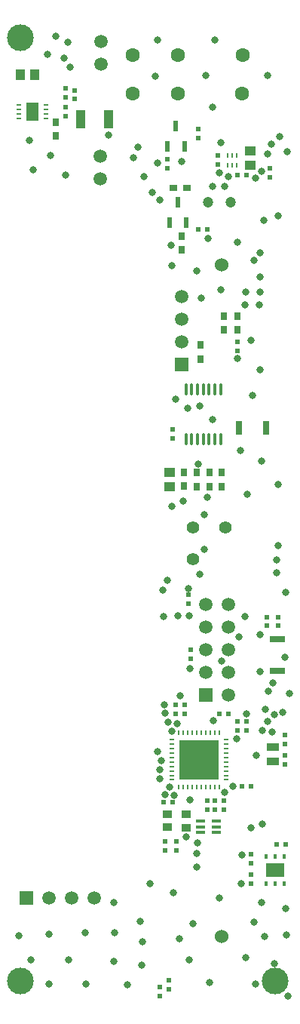
<source format=gts>
%FSLAX25Y25*%
%MOIN*%
G70*
G01*
G75*
G04 Layer_Color=8388736*
%ADD10O,0.01378X0.05512*%
%ADD11R,0.02362X0.04528*%
%ADD12R,0.03937X0.07874*%
%ADD13R,0.01772X0.02362*%
%ADD14R,0.08268X0.05906*%
%ADD15R,0.17716X0.17716*%
%ADD16O,0.02559X0.00984*%
%ADD17O,0.00984X0.02559*%
%ADD18R,0.05315X0.03740*%
%ADD19R,0.01575X0.01575*%
%ADD20R,0.11811X0.00039*%
%ADD21R,0.05512X0.08268*%
%ADD22O,0.02362X0.00984*%
%ADD23R,0.06693X0.03150*%
%ADD24R,0.00984X0.01969*%
%ADD25R,0.03937X0.03543*%
%ADD26R,0.03937X0.01378*%
%ADD27R,0.03150X0.06496*%
%ADD28R,0.03150X0.03543*%
%ADD29R,0.02362X0.01969*%
%ADD30R,0.01969X0.02362*%
%ADD31R,0.03543X0.03150*%
%ADD32R,0.03937X0.05118*%
%ADD33R,0.05118X0.03937*%
%ADD34C,0.03937*%
%ADD35C,0.00787*%
%ADD36C,0.03937*%
%ADD37C,0.01969*%
%ADD38C,0.01000*%
%ADD39C,0.01181*%
%ADD40C,0.01575*%
%ADD41C,0.02000*%
%ADD42C,0.02362*%
%ADD43R,0.03937X0.02913*%
%ADD44R,0.04724X0.03150*%
%ADD45R,0.18898X0.05079*%
%ADD46R,0.36142X0.03937*%
%ADD47R,1.00709X0.04764*%
%ADD48R,0.08583X0.15590*%
%ADD49R,0.12598X0.04764*%
%ADD50R,0.12598X0.05079*%
%ADD51R,0.01811X0.07992*%
G04:AMPARAMS|DCode=52|XSize=18.11mil|YSize=66.44mil|CornerRadius=0mil|HoleSize=0mil|Usage=FLASHONLY|Rotation=214.500|XOffset=0mil|YOffset=0mil|HoleType=Round|Shape=Rectangle|*
%AMROTATEDRECTD52*
4,1,4,-0.01135,0.03251,0.02628,-0.02225,0.01135,-0.03251,-0.02628,0.02225,-0.01135,0.03251,0.0*
%
%ADD52ROTATEDRECTD52*%

%ADD53R,0.35500X0.02000*%
%ADD54R,0.09055X0.04823*%
%ADD55R,0.12598X0.03150*%
%ADD56C,0.04724*%
%ADD57C,0.05512*%
%ADD58C,0.05906*%
%ADD59R,0.05906X0.05906*%
%ADD60R,0.05906X0.05906*%
%ADD61C,0.06299*%
%ADD62C,0.06000*%
%ADD63C,0.02598*%
%ADD64C,0.03150*%
%ADD65R,0.05000X0.03543*%
%ADD66R,0.03150X0.05709*%
%ADD67R,0.05118X0.02559*%
%ADD68O,0.02362X0.07284*%
%ADD69R,0.02756X0.05315*%
%ADD70O,0.02165X0.01181*%
%ADD71R,0.03543X0.02953*%
%ADD72R,0.02953X0.03543*%
%ADD73C,0.00984*%
%ADD74C,0.11811*%
D10*
X364173Y448032D02*
D03*
X366732D02*
D03*
X369291D02*
D03*
X371850D02*
D03*
X374409D02*
D03*
X376969D02*
D03*
X379528D02*
D03*
X364173Y470079D02*
D03*
X366732D02*
D03*
X369291D02*
D03*
X371850D02*
D03*
X374409D02*
D03*
X376969D02*
D03*
X379528D02*
D03*
D11*
X359744Y586319D02*
D03*
X363484Y577461D02*
D03*
X356004D02*
D03*
X360630Y552559D02*
D03*
X364370Y543701D02*
D03*
X356890D02*
D03*
D12*
X329823Y589468D02*
D03*
X317618D02*
D03*
D13*
X399791Y251803D02*
D03*
X403728D02*
D03*
X407665D02*
D03*
Y263614D02*
D03*
X403728D02*
D03*
X399791D02*
D03*
D14*
X403728Y257709D02*
D03*
D15*
X370000Y306433D02*
D03*
D16*
X381909Y315291D02*
D03*
Y313323D02*
D03*
Y311354D02*
D03*
Y309386D02*
D03*
Y307417D02*
D03*
Y305449D02*
D03*
Y303480D02*
D03*
Y301512D02*
D03*
Y299543D02*
D03*
Y297575D02*
D03*
X358090D02*
D03*
Y299543D02*
D03*
Y301512D02*
D03*
Y303480D02*
D03*
Y305449D02*
D03*
Y307417D02*
D03*
Y309386D02*
D03*
Y311354D02*
D03*
Y313323D02*
D03*
Y315291D02*
D03*
D17*
X378858Y294524D02*
D03*
X376890D02*
D03*
X374921D02*
D03*
X372953D02*
D03*
X370984D02*
D03*
X369016D02*
D03*
X367047D02*
D03*
X365079D02*
D03*
X363110D02*
D03*
X361142D02*
D03*
Y318342D02*
D03*
X363110D02*
D03*
X365079D02*
D03*
X367047D02*
D03*
X369016D02*
D03*
X370984D02*
D03*
X372953D02*
D03*
X374921D02*
D03*
X376890D02*
D03*
X378858D02*
D03*
D18*
X402756Y312106D02*
D03*
Y305610D02*
D03*
D21*
X296358Y592717D02*
D03*
D22*
X302264Y595669D02*
D03*
Y593701D02*
D03*
Y591732D02*
D03*
Y589764D02*
D03*
X290453D02*
D03*
Y591732D02*
D03*
Y593701D02*
D03*
Y595669D02*
D03*
D23*
X404724Y345768D02*
D03*
Y359842D02*
D03*
D24*
X386713Y573524D02*
D03*
X384744D02*
D03*
X382776D02*
D03*
Y569193D02*
D03*
X384744D02*
D03*
X386713D02*
D03*
D25*
X364173Y282382D02*
D03*
Y276476D02*
D03*
X355906Y276575D02*
D03*
Y282480D02*
D03*
D26*
X377756Y274311D02*
D03*
Y276870D02*
D03*
Y279429D02*
D03*
X370571D02*
D03*
Y276870D02*
D03*
Y274311D02*
D03*
D27*
X387697Y453150D02*
D03*
X399508D02*
D03*
D28*
X380020Y427165D02*
D03*
Y433268D02*
D03*
X362205Y537697D02*
D03*
Y531595D02*
D03*
X306594Y581890D02*
D03*
Y587992D02*
D03*
X374508Y427165D02*
D03*
Y433268D02*
D03*
X368996Y427165D02*
D03*
Y433268D02*
D03*
X380906Y502461D02*
D03*
Y496358D02*
D03*
X363386Y427264D02*
D03*
Y433366D02*
D03*
X370669Y489567D02*
D03*
Y483465D02*
D03*
X386910Y496358D02*
D03*
Y502461D02*
D03*
D29*
X373721Y540551D02*
D03*
X369783D02*
D03*
X382972Y326772D02*
D03*
X379035D02*
D03*
X404260Y269209D02*
D03*
X408197D02*
D03*
X388976Y294882D02*
D03*
X392913D02*
D03*
X358169Y287598D02*
D03*
X354232D02*
D03*
X387106Y564764D02*
D03*
X391043D02*
D03*
D30*
X365453Y375295D02*
D03*
Y379232D02*
D03*
X404823Y365551D02*
D03*
Y369488D02*
D03*
X366437Y355118D02*
D03*
Y351181D02*
D03*
X392815Y264764D02*
D03*
Y260827D02*
D03*
X392913Y251870D02*
D03*
Y255807D02*
D03*
X352756Y205906D02*
D03*
Y201969D02*
D03*
X311024Y590650D02*
D03*
Y594587D02*
D03*
X356004Y571555D02*
D03*
Y567618D02*
D03*
X401181Y563878D02*
D03*
Y567815D02*
D03*
X369783Y581004D02*
D03*
Y584941D02*
D03*
X386910Y491043D02*
D03*
Y487106D02*
D03*
X387106Y323228D02*
D03*
Y319291D02*
D03*
X360000Y266465D02*
D03*
Y270402D02*
D03*
X355000Y266465D02*
D03*
Y270402D02*
D03*
X399902Y369488D02*
D03*
Y365551D02*
D03*
X408071Y313484D02*
D03*
Y317421D02*
D03*
X408071Y308465D02*
D03*
Y304528D02*
D03*
X356693Y208957D02*
D03*
Y205020D02*
D03*
X311024Y599016D02*
D03*
Y602953D02*
D03*
X314961Y598228D02*
D03*
Y602165D02*
D03*
X381000Y288402D02*
D03*
Y284465D02*
D03*
X373500Y288402D02*
D03*
Y284465D02*
D03*
X377000Y288402D02*
D03*
Y284465D02*
D03*
X363492Y326850D02*
D03*
Y330787D02*
D03*
X390945Y319291D02*
D03*
Y323228D02*
D03*
X359492Y326850D02*
D03*
Y330787D02*
D03*
X378150Y573327D02*
D03*
Y569390D02*
D03*
X358366Y448425D02*
D03*
Y452362D02*
D03*
D31*
X364764Y558957D02*
D03*
X358661D02*
D03*
D32*
X290945Y609154D02*
D03*
X297244D02*
D03*
D33*
X392618Y575492D02*
D03*
Y569193D02*
D03*
X356890Y426968D02*
D03*
Y433268D02*
D03*
D56*
X383858Y552658D02*
D03*
X373858D02*
D03*
D57*
X367413Y394913D02*
D03*
Y409087D02*
D03*
X381685Y409185D02*
D03*
D58*
X383000Y375000D02*
D03*
X373000D02*
D03*
X383000Y365000D02*
D03*
X373000D02*
D03*
X383000Y355000D02*
D03*
X373000D02*
D03*
X383000Y345000D02*
D03*
X373000D02*
D03*
X383000Y335000D02*
D03*
X362205Y510906D02*
D03*
Y500906D02*
D03*
Y490906D02*
D03*
X326279Y573032D02*
D03*
Y563031D02*
D03*
X303602Y245472D02*
D03*
X313602D02*
D03*
X323602D02*
D03*
X326772Y623622D02*
D03*
Y613622D02*
D03*
D59*
X373000Y335000D02*
D03*
X362205Y480905D02*
D03*
D60*
X293602Y245472D02*
D03*
D61*
X340551Y600787D02*
D03*
X389169Y617850D02*
D03*
X389138Y600823D02*
D03*
X360661Y617850D02*
D03*
X360630Y600823D02*
D03*
X340551Y617815D02*
D03*
D62*
X380000Y228500D02*
D03*
Y525000D02*
D03*
D64*
X357776Y533661D02*
D03*
X341142Y572244D02*
D03*
X330020Y582382D02*
D03*
X313090Y612500D02*
D03*
X408071Y351870D02*
D03*
X396949Y361811D02*
D03*
X402658Y340256D02*
D03*
X400591Y336713D02*
D03*
X396949Y345472D02*
D03*
X397721Y566535D02*
D03*
X379035Y565748D02*
D03*
X408661Y229134D02*
D03*
X408268Y240748D02*
D03*
X390650Y219094D02*
D03*
X399016Y228346D02*
D03*
X394193Y234646D02*
D03*
X378839Y245472D02*
D03*
X367224Y233957D02*
D03*
X361221Y227264D02*
D03*
X365748Y218012D02*
D03*
X403150Y216339D02*
D03*
X409449Y202067D02*
D03*
X394882Y207283D02*
D03*
X374803Y208071D02*
D03*
X348425Y251575D02*
D03*
X358760Y247835D02*
D03*
X343996Y235138D02*
D03*
X332579Y230118D02*
D03*
X319783D02*
D03*
X303740Y229528D02*
D03*
X290354Y228839D02*
D03*
X295768Y218110D02*
D03*
X312303Y218012D02*
D03*
X332283Y217421D02*
D03*
X345079Y225886D02*
D03*
X344783Y215748D02*
D03*
X338287Y206890D02*
D03*
X319980Y207283D02*
D03*
X303740Y207382D02*
D03*
X397539Y243307D02*
D03*
X392913Y276378D02*
D03*
X397835Y277953D02*
D03*
X388583Y251673D02*
D03*
X388878Y264469D02*
D03*
X343110Y577067D02*
D03*
X375886Y594783D02*
D03*
X400197Y608760D02*
D03*
X376870Y624311D02*
D03*
X372933Y608661D02*
D03*
X351772Y624311D02*
D03*
X350689Y608465D02*
D03*
X310433Y616437D02*
D03*
X311910Y623425D02*
D03*
X303051Y618209D02*
D03*
X306594Y626083D02*
D03*
X304232Y573327D02*
D03*
X311024Y564764D02*
D03*
X296555Y567126D02*
D03*
X294980Y579921D02*
D03*
X402067Y578248D02*
D03*
X370276Y388484D02*
D03*
X375984Y456791D02*
D03*
X393504Y467421D02*
D03*
X404823Y401083D02*
D03*
X404331Y389173D02*
D03*
X392913Y491831D02*
D03*
X396850Y478839D02*
D03*
X380020Y349902D02*
D03*
X370276Y462697D02*
D03*
X402362Y318799D02*
D03*
X395374Y308465D02*
D03*
X397835Y319291D02*
D03*
X399410Y328642D02*
D03*
X387697Y360728D02*
D03*
X391240Y423819D02*
D03*
X386910Y483760D02*
D03*
X390354Y369783D02*
D03*
X366043Y346850D02*
D03*
X400395Y323435D02*
D03*
X390946Y326585D02*
D03*
X364469Y272539D02*
D03*
X368899Y265069D02*
D03*
X368976Y259134D02*
D03*
X369292Y269685D02*
D03*
X359744Y465748D02*
D03*
X354233Y369587D02*
D03*
X355906Y385827D02*
D03*
X357962Y418307D02*
D03*
X397737Y438386D02*
D03*
X365060Y461811D02*
D03*
X405021Y428051D02*
D03*
X386714Y315551D02*
D03*
X362404Y570867D02*
D03*
X353840Y381299D02*
D03*
X405710Y581693D02*
D03*
X408171Y380217D02*
D03*
X365748Y370079D02*
D03*
X360476D02*
D03*
X362993Y420768D02*
D03*
X373623Y422342D02*
D03*
X388190Y443012D02*
D03*
X376279Y323721D02*
D03*
X400394Y574114D02*
D03*
X408858Y575000D02*
D03*
X372342Y399311D02*
D03*
X372244Y414764D02*
D03*
X351789Y310054D02*
D03*
X353150Y306102D02*
D03*
X352576Y301885D02*
D03*
X352559Y297933D02*
D03*
X357104Y294404D02*
D03*
X358858Y290551D02*
D03*
X354840Y290959D02*
D03*
X354742Y330823D02*
D03*
X360352Y322260D02*
D03*
X357972Y318898D02*
D03*
X355135Y326886D02*
D03*
X356299Y322933D02*
D03*
X366142Y288878D02*
D03*
X381416Y292042D02*
D03*
X384842Y294783D02*
D03*
X361713Y334646D02*
D03*
X396850Y512894D02*
D03*
X396555Y507480D02*
D03*
X390158D02*
D03*
X390650Y512894D02*
D03*
X379528Y578937D02*
D03*
X351772Y569980D02*
D03*
X345669Y564075D02*
D03*
X369685Y436909D02*
D03*
X349410Y556890D02*
D03*
X352658Y553740D02*
D03*
X357972Y524705D02*
D03*
X370965Y510532D02*
D03*
X369094Y522539D02*
D03*
X374114Y536713D02*
D03*
X379724Y514075D02*
D03*
X396850Y519685D02*
D03*
X386811Y535039D02*
D03*
X381201Y559842D02*
D03*
X376079Y559575D02*
D03*
X365453Y382185D02*
D03*
X404429Y394783D02*
D03*
X407106Y327280D02*
D03*
X403150Y326476D02*
D03*
X409941Y335827D02*
D03*
X332382Y243307D02*
D03*
X394882Y563287D02*
D03*
X404921Y546555D02*
D03*
X398524Y544882D02*
D03*
X382972Y563976D02*
D03*
X394390Y527067D02*
D03*
X396949Y530413D02*
D03*
D74*
X403543Y208760D02*
D03*
X291043Y208563D02*
D03*
X291142Y625492D02*
D03*
M02*

</source>
